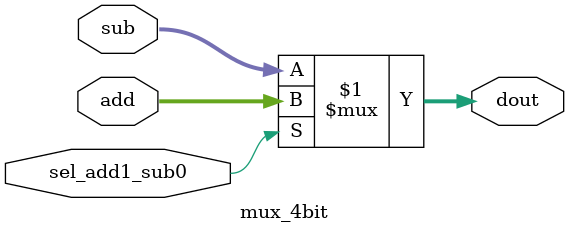
<source format=v>
module mux_4bit ( add ,sub , sel_add1_sub0, dout );
output [4:0]dout ;
input [4:0]add ;
input [4:0]sub ;
input sel_add1_sub0 ;
   
assign dout = sel_add1_sub0 ? add : sub;

endmodule

</source>
